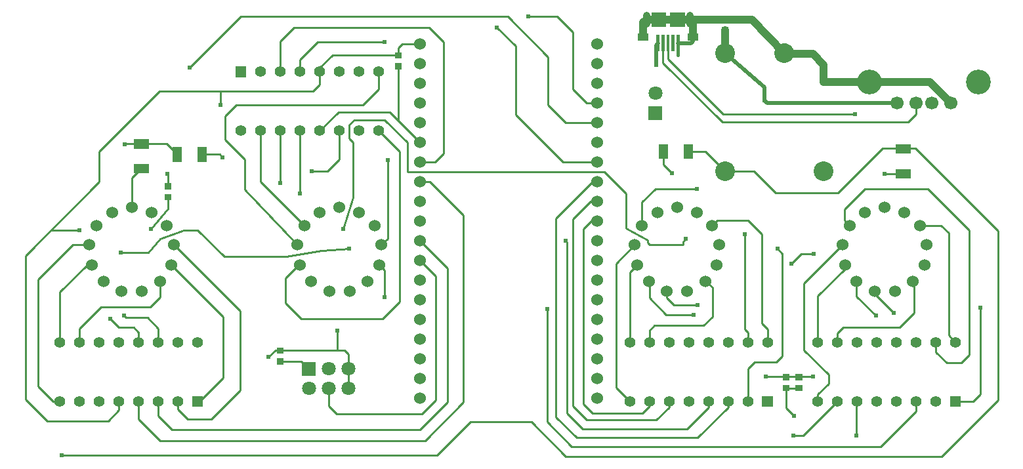
<source format=gbl>
G04 Layer: BottomLayer*
G04 EasyEDA v6.5.9, 2022-07-24 14:24:57*
G04 f987cc21297445cdbeb1743f52e6d1e3,55142d4dae0f4ab4aabfa0547b1eedf3,10*
G04 Gerber Generator version 0.2*
G04 Scale: 100 percent, Rotated: No, Reflected: No *
G04 Dimensions in millimeters *
G04 leading zeros omitted , absolute positions ,4 integer and 5 decimal *
%FSLAX45Y45*%
%MOMM*%

%ADD10C,0.2540*%
%ADD11C,1.0000*%
%ADD12C,0.5000*%
%ADD13C,0.4000*%
%ADD14C,1.8000*%
%ADD15C,1.7000*%
%ADD16C,3.2000*%
%ADD17C,1.5240*%
%ADD18C,1.3970*%
%ADD19C,2.5400*%
%ADD20C,0.6096*%
%ADD21C,0.6200*%
%ADD22C,0.9500*%
%ADD23C,0.0107*%

%LPD*%
D10*
X10972800Y-4546600D02*
G01*
X10972800Y-4432300D01*
X11049000Y-4356100D01*
X11772900Y-4356100D01*
X11963400Y-4165600D01*
X11963400Y-3782060D01*
X11945620Y-3764279D01*
X11696700Y-4165600D02*
G01*
X11450320Y-3919220D01*
X11450320Y-3886200D01*
X11468100Y-4203700D02*
G01*
X11219179Y-3954779D01*
X11219179Y-3764279D01*
X12242800Y-4546600D02*
G01*
X12242800Y-4673600D01*
X12382500Y-4813300D01*
X12573000Y-4813300D01*
X12674600Y-4711700D01*
X12674600Y-3098800D01*
X12141200Y-2565400D01*
X11328400Y-2565400D01*
X11061700Y-2832100D01*
X11061700Y-2971800D01*
X11130279Y-3040379D01*
X12034520Y-3040379D02*
G01*
X12311379Y-3040379D01*
X12407900Y-3136900D01*
X12407900Y-4457700D01*
X12496800Y-4546600D01*
X10071100Y-4546600D02*
G01*
X10071100Y-4381500D01*
X9994900Y-4305300D01*
X9994900Y-3149600D01*
X9817100Y-2971800D01*
X9423400Y-2971800D01*
X9354820Y-3040379D01*
X8450579Y-3040379D02*
G01*
X8450579Y-2738120D01*
X8623300Y-2565400D01*
X9156700Y-2565400D01*
X6985000Y-342900D02*
G01*
X7353300Y-342900D01*
X7556500Y-546100D01*
X7556500Y-1282700D01*
X7734300Y-1460500D01*
X7874000Y-1460500D01*
X5588000Y-698500D02*
G01*
X5359400Y-698500D01*
X5308600Y-749300D01*
X5308600Y-836091D01*
X1587500Y-4241800D02*
G01*
X1701800Y-4356100D01*
X1892300Y-4356100D01*
X1955800Y-4419600D01*
X1955800Y-4546600D01*
X1765300Y-4203700D02*
G01*
X1790700Y-4229100D01*
X2070100Y-4229100D01*
X2209800Y-4368800D01*
X2209800Y-4546600D01*
X1193800Y-4546600D02*
G01*
X1193800Y-4368800D01*
X1473200Y-4089400D01*
X2108200Y-4089400D01*
X2230120Y-3967479D01*
X2230120Y-3764279D01*
X2410459Y-3289300D02*
G01*
X3263900Y-4142739D01*
X3263900Y-5168900D01*
X2895600Y-5537200D01*
X2590800Y-5537200D01*
X2463800Y-5410200D01*
X2463800Y-5308600D01*
X1323339Y-3286760D02*
G01*
X1320800Y-3289300D01*
X1104900Y-3289300D01*
X660400Y-3733800D01*
X660400Y-5118100D01*
X850900Y-5308600D01*
X939800Y-5308600D01*
X2379979Y-3548379D02*
G01*
X3048000Y-4216400D01*
X3048000Y-5003800D01*
X2743200Y-5308600D01*
X2717800Y-5308600D01*
X939800Y-4546600D02*
G01*
X939800Y-3898900D01*
X1290320Y-3548379D01*
X1353820Y-3548379D01*
X4003040Y-3286760D02*
G01*
X3327400Y-2578100D01*
X3327400Y-2184400D01*
X3073400Y-1930400D01*
X3073400Y-1625600D01*
X3213100Y-1485900D01*
X4851400Y-1485900D01*
X5054600Y-1282700D01*
X5054600Y-1054100D01*
X7226300Y-4114800D02*
G01*
X7226300Y-5575300D01*
X7543800Y-5892800D01*
X11531600Y-5892800D01*
X11988800Y-5435600D01*
X11988800Y-5308600D01*
X9563100Y-5308600D02*
G01*
X9563100Y-5384800D01*
X9169400Y-5778500D01*
X7607300Y-5778500D01*
X7340600Y-5511800D01*
X7340600Y-2946400D01*
X7810500Y-2476500D01*
X7874000Y-2476500D01*
X7467600Y-3238500D02*
G01*
X7480300Y-3251200D01*
X7480300Y-5461000D01*
X7683500Y-5664200D01*
X9029700Y-5664200D01*
X9309100Y-5384800D01*
X9309100Y-5308600D01*
X8801100Y-5308600D02*
G01*
X8801100Y-5384800D01*
X8636000Y-5549900D01*
X7734300Y-5549900D01*
X7556500Y-5372100D01*
X7556500Y-2959100D01*
X7785100Y-2730500D01*
X7874000Y-2730500D01*
X8547100Y-5308600D02*
G01*
X8547100Y-5372100D01*
X8458200Y-5461000D01*
X7810500Y-5461000D01*
X7696200Y-5346700D01*
X7696200Y-3086100D01*
X7797800Y-2984500D01*
X7874000Y-2984500D01*
X10401300Y-5753100D02*
G01*
X10528300Y-5753100D01*
X10972800Y-5308600D01*
X11226800Y-5308600D02*
G01*
X11214100Y-5321300D01*
X11214100Y-5753100D01*
X8293100Y-5308600D02*
G01*
X8115300Y-5130800D01*
X8115300Y-3530600D01*
X8359140Y-3286760D01*
X4292600Y-1816100D02*
G01*
X4533900Y-1574800D01*
X5194300Y-1574800D01*
X5588000Y-1968500D01*
X5090159Y-3289300D02*
G01*
X5168900Y-3210560D01*
X5168900Y-2197100D01*
X5059679Y-3548379D02*
G01*
X5130800Y-3619500D01*
X5130800Y-3962400D01*
X4038600Y-1816100D02*
G01*
X4038600Y-2628900D01*
X3784600Y-1816100D02*
G01*
X3784600Y-2489200D01*
X4094479Y-3040379D02*
G01*
X3530600Y-2476500D01*
X3530600Y-1816100D01*
X8539485Y-3764279D02*
G01*
X8547100Y-3771900D01*
X8547100Y-3924300D01*
X8547100Y-3975100D01*
X8763000Y-4191000D01*
X9118600Y-4191000D01*
X9169400Y-4064000D02*
G01*
X8864594Y-4064000D01*
X8770614Y-3970020D01*
X8770614Y-3886200D01*
X8389620Y-3548379D02*
G01*
X8293100Y-3644900D01*
X8293100Y-4546600D01*
X12814300Y-4102100D02*
G01*
X12814300Y-5219700D01*
X12725400Y-5308600D01*
X12496800Y-5308600D01*
X8547100Y-4546600D02*
G01*
X8547100Y-4394200D01*
X8610600Y-4330700D01*
X9245600Y-4330700D01*
X9359900Y-4216400D01*
X9359900Y-3835400D01*
X9265920Y-3764279D01*
D11*
X8908415Y-380888D02*
G01*
X8668410Y-380888D01*
X8668410Y-380888D02*
G01*
X8505901Y-380888D01*
X9070898Y-380888D02*
G01*
X8908415Y-380888D01*
X9070898Y-380888D02*
G01*
X9108440Y-418429D01*
X9108440Y-605881D01*
X10795000Y-1181100D02*
G01*
X10796140Y-1182240D01*
X11390373Y-1182240D01*
D10*
X4292600Y-1054100D02*
G01*
X4292600Y-1003300D01*
X4459731Y-836168D01*
X5308600Y-836168D01*
X4191000Y-749300D02*
G01*
X4038600Y-901700D01*
X4038600Y-1054100D01*
X5130800Y-673100D02*
G01*
X4267200Y-673100D01*
X4191000Y-749300D01*
X5588000Y-2222500D02*
G01*
X5778500Y-2222500D01*
X5892800Y-2108200D01*
X5892800Y-673100D01*
X5702300Y-482600D01*
X3962400Y-482600D01*
X3784600Y-660400D01*
X3784600Y-1054100D01*
D11*
X8505901Y-380888D02*
G01*
X8468359Y-418429D01*
X8468359Y-605881D01*
D12*
X8658402Y-685901D02*
G01*
X8636000Y-708304D01*
X8636000Y-965200D01*
X8918447Y-685800D02*
G01*
X9080500Y-685800D01*
X9108440Y-657860D01*
X9108440Y-605789D01*
D10*
X5054600Y-1816100D02*
G01*
X5321300Y-2082800D01*
X5321300Y-4025900D01*
X5105400Y-4241800D01*
X4051300Y-4241800D01*
X3848100Y-4038600D01*
X3848100Y-3721100D01*
X4020820Y-3548379D01*
X4033520Y-3548379D01*
D13*
X8918447Y-685800D02*
G01*
X8915400Y-688847D01*
X8915400Y-838200D01*
D10*
X1955800Y-5308600D02*
G01*
X1955800Y-5537200D01*
X2235200Y-5816600D01*
X5651500Y-5816600D01*
X6146800Y-5321300D01*
X6146800Y-2908300D01*
X5715000Y-2476500D01*
X5588000Y-2476500D01*
X2209800Y-5308600D02*
G01*
X2209800Y-5499100D01*
X2387600Y-5676900D01*
X5588000Y-5676900D01*
X5943600Y-5321300D01*
X5943600Y-3594100D01*
X5588000Y-3238500D01*
X5588000Y-3492500D02*
G01*
X5791200Y-3695700D01*
X5791200Y-5295900D01*
X5613400Y-5473700D01*
X4508500Y-5473700D01*
X4406900Y-5372100D01*
X4406900Y-5143500D01*
X4660900Y-5143500D02*
G01*
X4660900Y-4889500D01*
X4660900Y-4889500D02*
G01*
X4660900Y-4699000D01*
X4610100Y-4648200D01*
X3721100Y-4648200D01*
X3632200Y-4737100D01*
X2019300Y-2305212D02*
G01*
X1987387Y-2305212D01*
X1866900Y-2425700D01*
X1866900Y-2804160D01*
X5308600Y-984402D02*
G01*
X5308600Y-1689105D01*
X5309356Y-1689862D01*
X10045700Y-4991100D02*
G01*
X10655300Y-4991100D01*
X10415066Y-5499100D02*
G01*
X10312400Y-5396433D01*
X10312400Y-5137302D01*
X10312400Y-5137302D02*
G01*
X10477500Y-5137289D01*
X8723401Y-685901D02*
G01*
X8723401Y-938301D01*
X9486900Y-1701800D01*
X11887200Y-1701800D01*
X11988545Y-1600454D01*
X11988545Y-1459356D01*
X8788400Y-685800D02*
G01*
X8788400Y-889000D01*
X9499600Y-1600200D01*
X11201400Y-1600200D01*
X9779000Y-3149600D02*
G01*
X9779000Y-4381500D01*
X9817100Y-4419600D01*
X9817100Y-4546600D01*
X4521200Y-4394200D02*
G01*
X4521200Y-4648200D01*
X1193800Y-3098800D02*
G01*
X823147Y-3098800D01*
X6578600Y-482600D02*
G01*
X6819900Y-723900D01*
X6819900Y-1612900D01*
X7429500Y-2222500D01*
X7874000Y-2222500D01*
X4152900Y-4889500D02*
G01*
X4057789Y-4794389D01*
X3784600Y-4794389D01*
X4191000Y-2336800D02*
G01*
X4394200Y-2336800D01*
X4546600Y-2184400D01*
X4546600Y-1816100D01*
X1701800Y-5308600D02*
G01*
X1701800Y-5422900D01*
X1562100Y-5562600D01*
X774700Y-5562600D01*
X495300Y-5283200D01*
X495300Y-3429000D01*
X1447800Y-2476500D01*
X1447800Y-2082800D01*
X2222500Y-1308100D01*
X4203700Y-1308100D01*
X4292600Y-1219200D01*
X4292600Y-1054100D01*
X3009900Y-1485900D02*
G01*
X3009900Y-1308100D01*
X4597400Y-3086100D02*
G01*
X4622800Y-2997200D01*
X4724400Y-2679700D01*
X4724400Y-1968500D01*
X4673600Y-1917700D01*
X4673600Y-1739900D01*
X4737100Y-1676400D01*
X5130800Y-1676400D01*
X5422900Y-1968500D01*
X5422900Y-2349500D01*
X7962900Y-2349500D01*
X8242300Y-2628900D01*
X8242300Y-3073400D01*
X8521700Y-3225800D01*
X8521700Y-3263900D01*
X8547100Y-3289300D01*
X8978900Y-3289300D01*
X8978900Y-3251200D01*
X9017000Y-3213100D01*
X10718800Y-4546600D02*
G01*
X10718800Y-3949700D01*
X11069320Y-3599179D01*
X11069320Y-3548379D01*
X10718800Y-5308600D02*
G01*
X10718800Y-5219700D01*
X10858500Y-5080000D01*
X10858500Y-4965700D01*
X10541000Y-4648200D01*
X10541000Y-3784600D01*
X11038840Y-3286760D01*
X10198100Y-3340100D02*
G01*
X10261600Y-3403600D01*
X10261600Y-4724400D01*
X10185400Y-4800600D01*
X9906000Y-4800600D01*
X9817100Y-4889500D01*
X9817100Y-5308600D01*
X10375900Y-3530600D02*
G01*
X10502900Y-3403600D01*
X10668000Y-3403600D01*
D11*
X11390375Y-1182243D02*
G01*
X12161265Y-1182243D01*
X12438379Y-1459356D01*
D12*
X10033000Y-1422400D02*
G01*
X10069956Y-1459356D01*
X11738356Y-1459356D01*
D11*
X10795000Y-2336800D02*
G01*
X10799823Y-2336800D01*
X9525000Y-514502D02*
G01*
X9525000Y-811529D01*
X9521697Y-814831D01*
D12*
X10033000Y-1422400D02*
G01*
X10033000Y-1257300D01*
X9521697Y-814831D01*
D11*
X10299700Y-736600D02*
G01*
X10299700Y-825500D01*
X10655300Y-825500D01*
X10795000Y-965200D01*
X10795000Y-1181100D01*
X10287000Y-812800D02*
G01*
X10287000Y-812800D01*
X9867900Y-381000D01*
X9070847Y-381000D01*
D10*
X11976100Y-2044700D02*
G01*
X13042900Y-3111500D01*
X13042900Y-5295900D01*
X12319000Y-6019800D01*
X7467600Y-6019800D01*
X7023100Y-5575300D01*
X6235700Y-5575300D01*
X5803900Y-6007100D01*
X965200Y-6007100D01*
X11976100Y-2044700D02*
G01*
X11554968Y-2044700D01*
X10983468Y-2616200D01*
X10172700Y-2616200D01*
X9893300Y-2336800D01*
X9521697Y-2336800D01*
X11582400Y-2374900D02*
G01*
X11587500Y-2369799D01*
X11823700Y-2369799D01*
X1778000Y-1993900D02*
G01*
X1785614Y-1986285D01*
X1993900Y-1986285D01*
X2456185Y-2120900D02*
G01*
X2321570Y-1986285D01*
X1993900Y-1986285D01*
X3040176Y-2159000D02*
G01*
X3002076Y-2120900D01*
X2776199Y-2120900D01*
X8839200Y-2362200D02*
G01*
X8730000Y-2253000D01*
X8730000Y-2082800D01*
X9050014Y-2082800D02*
G01*
X9203913Y-2082800D01*
X9271000Y-2082800D01*
X9521697Y-2336800D01*
X4673600Y-3340100D02*
G01*
X4318000Y-3365500D01*
X3860800Y-3441700D01*
X3060700Y-3441700D01*
X2717800Y-3098800D01*
X2540000Y-3098800D01*
X2235200Y-3213100D01*
X2082800Y-3390900D01*
X1727200Y-3390900D01*
X7874000Y-1714500D02*
G01*
X7467600Y-1714500D01*
X7239000Y-1485900D01*
X7239000Y-863600D01*
X6718300Y-342900D01*
X3276600Y-342900D01*
X2616200Y-1003300D01*
X2324100Y-2374900D02*
G01*
X2336800Y-2387600D01*
X2336800Y-2533489D01*
X2116912Y-3086100D02*
G01*
X2116912Y-3086100D01*
X2336800Y-2819400D01*
X2336800Y-2673492D01*
G36*
X2381801Y-2573500D02*
G01*
X2381801Y-2493500D01*
X2291798Y-2493500D01*
X2291798Y-2573500D01*
G37*
G36*
X2381801Y-2713499D02*
G01*
X2381801Y-2633499D01*
X2291798Y-2633499D01*
X2291798Y-2713499D01*
G37*
G36*
X9570001Y-554499D02*
G01*
X9570001Y-474499D01*
X9479998Y-474499D01*
X9479998Y-554499D01*
G37*
G36*
X9570001Y-414500D02*
G01*
X9570001Y-334500D01*
X9479998Y-334500D01*
X9479998Y-414500D01*
G37*
G36*
X10432498Y-4957300D02*
G01*
X10432498Y-5037300D01*
X10522501Y-5037300D01*
X10522501Y-4957300D01*
G37*
G36*
X10432498Y-5097299D02*
G01*
X10432498Y-5177299D01*
X10522501Y-5177299D01*
X10522501Y-5097299D01*
G37*
G36*
X10267398Y-4957300D02*
G01*
X10267398Y-5037300D01*
X10357401Y-5037300D01*
X10357401Y-4957300D01*
G37*
G36*
X10267398Y-5097299D02*
G01*
X10267398Y-5177299D01*
X10357401Y-5177299D01*
X10357401Y-5097299D01*
G37*
G36*
X5353601Y-1024399D02*
G01*
X5353601Y-944399D01*
X5263598Y-944399D01*
X5263598Y-1024399D01*
G37*
G36*
X5353601Y-884400D02*
G01*
X5353601Y-804400D01*
X5263598Y-804400D01*
X5263598Y-884400D01*
G37*
G36*
X3739598Y-4614400D02*
G01*
X3739598Y-4694400D01*
X3829601Y-4694400D01*
X3829601Y-4614400D01*
G37*
G36*
X3739598Y-4754399D02*
G01*
X3739598Y-4834399D01*
X3829601Y-4834399D01*
X3829601Y-4754399D01*
G37*
G36*
X8535860Y-555889D02*
G01*
X8400859Y-555889D01*
X8400859Y-655888D01*
X8535860Y-655888D01*
G37*
G36*
X9175940Y-555889D02*
G01*
X9040939Y-555889D01*
X9040939Y-655888D01*
X9175940Y-655888D01*
G37*
G36*
X8573414Y-285902D02*
G01*
X8573414Y-475894D01*
X8763406Y-475894D01*
X8763406Y-285902D01*
G37*
G36*
X8813413Y-285902D02*
G01*
X8813413Y-475894D01*
X9003405Y-475894D01*
X9003405Y-285902D01*
G37*
G36*
X8678400Y-790912D02*
G01*
X8678400Y-580913D01*
X8638400Y-580913D01*
X8638400Y-790912D01*
G37*
G36*
X8743398Y-790912D02*
G01*
X8743398Y-580913D01*
X8703398Y-580913D01*
X8703398Y-790912D01*
G37*
G36*
X8808399Y-790912D02*
G01*
X8808399Y-580913D01*
X8768400Y-580913D01*
X8768400Y-790912D01*
G37*
G36*
X8873401Y-790912D02*
G01*
X8873401Y-580913D01*
X8833401Y-580913D01*
X8833401Y-790912D01*
G37*
G36*
X8938399Y-790912D02*
G01*
X8938399Y-580913D01*
X8898399Y-580913D01*
X8898399Y-790912D01*
G37*
G36*
X11728698Y-2309807D02*
G01*
X11728698Y-2429807D01*
X11918701Y-2429807D01*
X11918701Y-2309807D01*
G37*
G36*
X11728698Y-1989792D02*
G01*
X11728698Y-2109792D01*
X11918701Y-2109792D01*
X11918701Y-1989792D01*
G37*
G36*
X1898898Y-2246307D02*
G01*
X1898898Y-2366307D01*
X2088901Y-2366307D01*
X2088901Y-2246307D01*
G37*
G36*
X1898898Y-1926292D02*
G01*
X1898898Y-2046292D01*
X2088901Y-2046292D01*
X2088901Y-1926292D01*
G37*
G36*
X8789992Y-1987798D02*
G01*
X8669992Y-1987798D01*
X8669992Y-2177801D01*
X8789992Y-2177801D01*
G37*
G36*
X9110007Y-1987798D02*
G01*
X8990007Y-1987798D01*
X8990007Y-2177801D01*
X9110007Y-2177801D01*
G37*
G36*
X2716207Y-2215901D02*
G01*
X2836207Y-2215901D01*
X2836207Y-2025898D01*
X2716207Y-2025898D01*
G37*
G36*
X2396192Y-2215901D02*
G01*
X2516192Y-2215901D01*
X2516192Y-2025898D01*
X2396192Y-2025898D01*
G37*
D14*
G01*
X4660900Y-5143500D03*
G01*
X4660900Y-4889500D03*
G01*
X4406900Y-5143500D03*
G01*
X4406900Y-4889500D03*
G01*
X4152900Y-5143500D03*
G36*
X4062900Y-4979499D02*
G01*
X4242899Y-4979499D01*
X4242899Y-4799500D01*
X4062900Y-4799500D01*
G37*
G01*
X8623300Y-1333500D03*
G36*
X8713299Y-1677499D02*
G01*
X8713299Y-1497500D01*
X8533300Y-1497500D01*
X8533300Y-1677499D01*
G37*
D15*
G01*
X12438379Y-1459356D03*
G01*
X12188443Y-1459356D03*
G01*
X11988545Y-1459356D03*
G01*
X11738356Y-1459356D03*
D16*
G01*
X11390375Y-1182243D03*
G01*
X12790424Y-1182243D03*
D17*
G01*
X5588000Y-5270500D03*
G01*
X5588000Y-5016500D03*
G01*
X5588000Y-4762500D03*
G01*
X5588000Y-4508500D03*
G01*
X5588000Y-4254500D03*
G01*
X5588000Y-4000500D03*
G01*
X5588000Y-3746500D03*
G01*
X5588000Y-3492500D03*
G01*
X5588000Y-3238500D03*
G01*
X5588000Y-2984500D03*
G01*
X5588000Y-2730500D03*
G01*
X5588000Y-2476500D03*
G01*
X5588000Y-2222500D03*
G01*
X5588000Y-1968500D03*
G01*
X5588000Y-1714500D03*
G01*
X5588000Y-1460500D03*
G01*
X5588000Y-1206500D03*
G01*
X5588000Y-952500D03*
G01*
X5588000Y-698500D03*
G01*
X7874000Y-698500D03*
G01*
X7874000Y-952500D03*
G01*
X7874000Y-1206500D03*
G01*
X7874000Y-1460500D03*
G01*
X7874000Y-1714500D03*
G01*
X7874000Y-1968500D03*
G01*
X7874000Y-2222500D03*
G01*
X7874000Y-2476500D03*
G01*
X7874000Y-2730500D03*
G01*
X7874000Y-2984500D03*
G01*
X7874000Y-3238500D03*
G01*
X7874000Y-3492500D03*
G01*
X7874000Y-3746500D03*
G01*
X7874000Y-4000500D03*
G01*
X7874000Y-4254500D03*
G01*
X7874000Y-4508500D03*
G01*
X7874000Y-4762500D03*
G01*
X7874000Y-5016500D03*
G01*
X7874000Y-5270500D03*
G36*
X2787650Y-5238750D02*
G01*
X2647950Y-5238750D01*
X2647950Y-5378450D01*
X2787650Y-5378450D01*
G37*
D18*
G01*
X2463800Y-5308600D03*
G01*
X2209800Y-5308600D03*
G01*
X1955800Y-5308600D03*
G01*
X1701800Y-5308600D03*
G01*
X1447800Y-5308600D03*
G01*
X1193800Y-5308600D03*
G01*
X939800Y-5308600D03*
G01*
X939800Y-4546600D03*
G01*
X1193800Y-4546600D03*
G01*
X1447800Y-4546600D03*
G01*
X1701800Y-4546600D03*
G01*
X1955800Y-4546600D03*
G01*
X2209800Y-4546600D03*
G01*
X2463800Y-4546600D03*
G01*
X2717800Y-4546600D03*
G36*
X3206750Y-1123950D02*
G01*
X3346450Y-1123950D01*
X3346450Y-984250D01*
X3206750Y-984250D01*
G37*
G01*
X3530600Y-1054100D03*
G01*
X3784600Y-1054100D03*
G01*
X4038600Y-1054100D03*
G01*
X4292600Y-1054100D03*
G01*
X4546600Y-1054100D03*
G01*
X4800600Y-1054100D03*
G01*
X5054600Y-1054100D03*
G01*
X5054600Y-1816100D03*
G01*
X4800600Y-1816100D03*
G01*
X4546600Y-1816100D03*
G01*
X4292600Y-1816100D03*
G01*
X4038600Y-1816100D03*
G01*
X3784600Y-1816100D03*
G01*
X3530600Y-1816100D03*
G01*
X3276600Y-1816100D03*
G36*
X10140950Y-5238750D02*
G01*
X10001250Y-5238750D01*
X10001250Y-5378450D01*
X10140950Y-5378450D01*
G37*
G01*
X9817100Y-5308600D03*
G01*
X9563100Y-5308600D03*
G01*
X9309100Y-5308600D03*
G01*
X9055100Y-5308600D03*
G01*
X8801100Y-5308600D03*
G01*
X8547100Y-5308600D03*
G01*
X8293100Y-5308600D03*
G01*
X8293100Y-4546600D03*
G01*
X8547100Y-4546600D03*
G01*
X8801100Y-4546600D03*
G01*
X9055100Y-4546600D03*
G01*
X9309100Y-4546600D03*
G01*
X9563100Y-4546600D03*
G01*
X9817100Y-4546600D03*
G01*
X10071100Y-4546600D03*
G36*
X12566650Y-5238750D02*
G01*
X12426950Y-5238750D01*
X12426950Y-5378450D01*
X12566650Y-5378450D01*
G37*
G01*
X12242800Y-5308600D03*
G01*
X11988800Y-5308600D03*
G01*
X11734800Y-5308600D03*
G01*
X11480800Y-5308600D03*
G01*
X11226800Y-5308600D03*
G01*
X10972800Y-5308600D03*
G01*
X10718800Y-5308600D03*
G01*
X10718800Y-4546600D03*
G01*
X10972800Y-4546600D03*
G01*
X11226800Y-4546600D03*
G01*
X11480800Y-4546600D03*
G01*
X11734800Y-4546600D03*
G01*
X11988800Y-4546600D03*
G01*
X12242800Y-4546600D03*
G01*
X12496800Y-4546600D03*
D19*
G01*
X9521697Y-2336800D03*
G01*
X9521697Y-814831D03*
G01*
X10287000Y-812800D03*
G01*
X10795000Y-2336800D03*
D17*
G01*
X1866900Y-2804160D03*
G01*
X2120900Y-2867660D03*
G01*
X2319020Y-3040379D03*
G01*
X2410459Y-3289300D03*
G01*
X2379979Y-3548379D03*
G01*
X2230120Y-3764279D03*
G01*
X1998979Y-3886200D03*
G01*
X1734820Y-3886200D03*
G01*
X1503679Y-3764279D03*
G01*
X1353820Y-3548379D03*
G01*
X1323339Y-3286760D03*
G01*
X1414779Y-3040379D03*
G01*
X1612900Y-2867660D03*
G01*
X4546600Y-2804160D03*
G01*
X4800600Y-2867660D03*
G01*
X4998720Y-3040379D03*
G01*
X5090159Y-3289300D03*
G01*
X5059679Y-3548379D03*
G01*
X4909820Y-3764279D03*
G01*
X4678679Y-3886200D03*
G01*
X4414520Y-3886200D03*
G01*
X4183379Y-3764279D03*
G01*
X4033520Y-3548379D03*
G01*
X4003040Y-3286760D03*
G01*
X4094479Y-3040379D03*
G01*
X4292600Y-2867660D03*
G01*
X8902700Y-2804160D03*
G01*
X9156700Y-2867660D03*
G01*
X9354820Y-3040379D03*
G01*
X9446259Y-3289300D03*
G01*
X9415779Y-3548379D03*
G01*
X9265920Y-3764279D03*
G01*
X9034779Y-3886200D03*
G01*
X8770620Y-3886200D03*
G01*
X8539479Y-3764279D03*
G01*
X8389620Y-3548379D03*
G01*
X8359140Y-3286760D03*
G01*
X8450579Y-3040379D03*
G01*
X8648700Y-2867660D03*
G01*
X11582400Y-2804160D03*
G01*
X11836400Y-2867660D03*
G01*
X12034520Y-3040379D03*
G01*
X12125959Y-3289300D03*
G01*
X12095479Y-3548379D03*
G01*
X11945620Y-3764279D03*
G01*
X11714479Y-3886200D03*
G01*
X11450320Y-3886200D03*
G01*
X11219179Y-3764279D03*
G01*
X11069320Y-3548379D03*
G01*
X11038840Y-3286760D03*
G01*
X11130279Y-3040379D03*
G01*
X11328400Y-2867660D03*
D20*
G01*
X8839200Y-2362200D03*
G01*
X3040176Y-2159000D03*
G01*
X1778000Y-1993900D03*
G01*
X11582400Y-2374900D03*
G01*
X10668000Y-3403600D03*
G01*
X10375900Y-3530600D03*
G01*
X10198100Y-3340100D03*
G01*
X9017000Y-3213100D03*
G01*
X3009900Y-1485900D03*
G01*
X4191000Y-2336800D03*
G01*
X4597400Y-3086100D03*
G01*
X1727200Y-3390900D03*
G01*
X4673600Y-3340100D03*
G01*
X2616200Y-1003300D03*
G01*
X1193800Y-3098800D03*
G01*
X4521200Y-4394200D03*
G01*
X11201400Y-1600200D03*
G01*
X5130800Y-673100D03*
G01*
X10795000Y-1181100D03*
G01*
X10655300Y-4991100D03*
G01*
X10045700Y-4991100D03*
G01*
X10033000Y-1422400D03*
G01*
X10415066Y-5499100D03*
G01*
X9156700Y-2565400D03*
G01*
X9779000Y-3149600D03*
G01*
X6985000Y-342900D03*
G01*
X6578600Y-482600D03*
G01*
X1587500Y-4241800D03*
G01*
X1765300Y-4203700D03*
G01*
X11214100Y-5753100D03*
G01*
X7226300Y-4114800D03*
G01*
X7467600Y-3238500D03*
G01*
X10401300Y-5753100D03*
G01*
X5168900Y-2197100D03*
G01*
X5130800Y-3962400D03*
G01*
X4038600Y-2628900D03*
G01*
X3784600Y-2489200D03*
G01*
X9118600Y-4191000D03*
G01*
X9169400Y-4064000D03*
G01*
X12814300Y-4102100D03*
G01*
X8636000Y-965200D03*
D21*
G01*
X3632200Y-4737100D03*
D20*
G01*
X11468100Y-4203700D03*
G01*
X11696700Y-4165600D03*
G01*
X965200Y-6007100D03*
G01*
X2324100Y-2374900D03*
G01*
X2116912Y-3086100D03*
D22*
X8505901Y-435899D02*
G01*
X8505901Y-325899D01*
X9070898Y-435899D02*
G01*
X9070898Y-325899D01*
M02*

</source>
